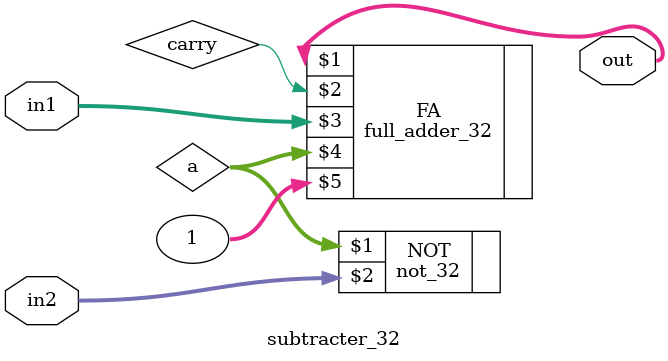
<source format=v>
module subtracter_32 (out, in1, in2);
input [31:0] in1, in2;
output [31:0] out;
wire [31:0] a;
wire carry;

not_32 NOT(a, in2);
full_adder_32 FA(out, carry, in1, a, 32'b1);

endmodule

</source>
